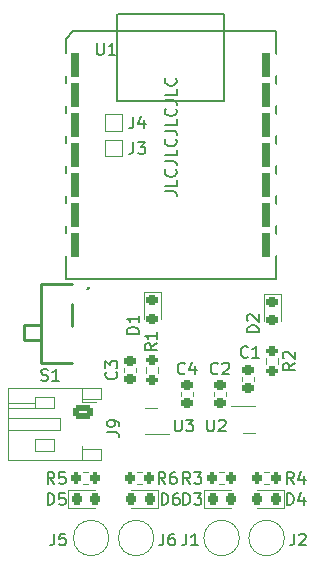
<source format=gbr>
%TF.GenerationSoftware,KiCad,Pcbnew,(7.0.0)*%
%TF.CreationDate,2023-03-10T16:09:33-06:00*%
%TF.ProjectId,stick-and-slip_v2_2-channel,73746963-6b2d-4616-9e64-2d736c69705f,rev?*%
%TF.SameCoordinates,Original*%
%TF.FileFunction,Legend,Top*%
%TF.FilePolarity,Positive*%
%FSLAX46Y46*%
G04 Gerber Fmt 4.6, Leading zero omitted, Abs format (unit mm)*
G04 Created by KiCad (PCBNEW (7.0.0)) date 2023-03-10 16:09:33*
%MOMM*%
%LPD*%
G01*
G04 APERTURE LIST*
G04 Aperture macros list*
%AMRoundRect*
0 Rectangle with rounded corners*
0 $1 Rounding radius*
0 $2 $3 $4 $5 $6 $7 $8 $9 X,Y pos of 4 corners*
0 Add a 4 corners polygon primitive as box body*
4,1,4,$2,$3,$4,$5,$6,$7,$8,$9,$2,$3,0*
0 Add four circle primitives for the rounded corners*
1,1,$1+$1,$2,$3*
1,1,$1+$1,$4,$5*
1,1,$1+$1,$6,$7*
1,1,$1+$1,$8,$9*
0 Add four rect primitives between the rounded corners*
20,1,$1+$1,$2,$3,$4,$5,0*
20,1,$1+$1,$4,$5,$6,$7,0*
20,1,$1+$1,$6,$7,$8,$9,0*
20,1,$1+$1,$8,$9,$2,$3,0*%
G04 Aperture macros list end*
%ADD10C,0.150000*%
%ADD11C,0.120000*%
%ADD12C,0.127000*%
%ADD13C,0.254000*%
%ADD14RoundRect,0.218750X0.218750X0.256250X-0.218750X0.256250X-0.218750X-0.256250X0.218750X-0.256250X0*%
%ADD15RoundRect,0.218750X-0.256250X0.218750X-0.256250X-0.218750X0.256250X-0.218750X0.256250X0.218750X0*%
%ADD16RoundRect,0.200000X0.200000X0.275000X-0.200000X0.275000X-0.200000X-0.275000X0.200000X-0.275000X0*%
%ADD17C,2.000000*%
%ADD18RoundRect,0.218750X-0.218750X-0.256250X0.218750X-0.256250X0.218750X0.256250X-0.218750X0.256250X0*%
%ADD19RoundRect,0.250000X-0.625000X0.350000X-0.625000X-0.350000X0.625000X-0.350000X0.625000X0.350000X0*%
%ADD20O,1.750000X1.200000*%
%ADD21RoundRect,0.200000X-0.275000X0.200000X-0.275000X-0.200000X0.275000X-0.200000X0.275000X0.200000X0*%
%ADD22RoundRect,0.225000X0.250000X-0.225000X0.250000X0.225000X-0.250000X0.225000X-0.250000X-0.225000X0*%
%ADD23RoundRect,0.200000X-0.200000X-0.275000X0.200000X-0.275000X0.200000X0.275000X-0.200000X0.275000X0*%
%ADD24R,1.000000X1.000000*%
%ADD25R,0.500000X0.250000*%
%ADD26R,0.900000X1.600000*%
%ADD27RoundRect,1.000000X-0.375000X0.000000X0.375000X0.000000X0.375000X0.000000X-0.375000X0.000000X0*%
%ADD28C,0.900000*%
%ADD29R,1.500000X0.700000*%
G04 APERTURE END LIST*
D10*
X53900380Y-62341190D02*
X54614666Y-62341190D01*
X54614666Y-62341190D02*
X54757523Y-62388809D01*
X54757523Y-62388809D02*
X54852761Y-62484047D01*
X54852761Y-62484047D02*
X54900380Y-62626904D01*
X54900380Y-62626904D02*
X54900380Y-62722142D01*
X54900380Y-61388809D02*
X54900380Y-61864999D01*
X54900380Y-61864999D02*
X53900380Y-61864999D01*
X54805142Y-60484047D02*
X54852761Y-60531666D01*
X54852761Y-60531666D02*
X54900380Y-60674523D01*
X54900380Y-60674523D02*
X54900380Y-60769761D01*
X54900380Y-60769761D02*
X54852761Y-60912618D01*
X54852761Y-60912618D02*
X54757523Y-61007856D01*
X54757523Y-61007856D02*
X54662285Y-61055475D01*
X54662285Y-61055475D02*
X54471809Y-61103094D01*
X54471809Y-61103094D02*
X54328952Y-61103094D01*
X54328952Y-61103094D02*
X54138476Y-61055475D01*
X54138476Y-61055475D02*
X54043238Y-61007856D01*
X54043238Y-61007856D02*
X53948000Y-60912618D01*
X53948000Y-60912618D02*
X53900380Y-60769761D01*
X53900380Y-60769761D02*
X53900380Y-60674523D01*
X53900380Y-60674523D02*
X53948000Y-60531666D01*
X53948000Y-60531666D02*
X53995619Y-60484047D01*
X53900380Y-59769761D02*
X54614666Y-59769761D01*
X54614666Y-59769761D02*
X54757523Y-59817380D01*
X54757523Y-59817380D02*
X54852761Y-59912618D01*
X54852761Y-59912618D02*
X54900380Y-60055475D01*
X54900380Y-60055475D02*
X54900380Y-60150713D01*
X54900380Y-58817380D02*
X54900380Y-59293570D01*
X54900380Y-59293570D02*
X53900380Y-59293570D01*
X54805142Y-57912618D02*
X54852761Y-57960237D01*
X54852761Y-57960237D02*
X54900380Y-58103094D01*
X54900380Y-58103094D02*
X54900380Y-58198332D01*
X54900380Y-58198332D02*
X54852761Y-58341189D01*
X54852761Y-58341189D02*
X54757523Y-58436427D01*
X54757523Y-58436427D02*
X54662285Y-58484046D01*
X54662285Y-58484046D02*
X54471809Y-58531665D01*
X54471809Y-58531665D02*
X54328952Y-58531665D01*
X54328952Y-58531665D02*
X54138476Y-58484046D01*
X54138476Y-58484046D02*
X54043238Y-58436427D01*
X54043238Y-58436427D02*
X53948000Y-58341189D01*
X53948000Y-58341189D02*
X53900380Y-58198332D01*
X53900380Y-58198332D02*
X53900380Y-58103094D01*
X53900380Y-58103094D02*
X53948000Y-57960237D01*
X53948000Y-57960237D02*
X53995619Y-57912618D01*
X53900380Y-57198332D02*
X54614666Y-57198332D01*
X54614666Y-57198332D02*
X54757523Y-57245951D01*
X54757523Y-57245951D02*
X54852761Y-57341189D01*
X54852761Y-57341189D02*
X54900380Y-57484046D01*
X54900380Y-57484046D02*
X54900380Y-57579284D01*
X54900380Y-56245951D02*
X54900380Y-56722141D01*
X54900380Y-56722141D02*
X53900380Y-56722141D01*
X54805142Y-55341189D02*
X54852761Y-55388808D01*
X54852761Y-55388808D02*
X54900380Y-55531665D01*
X54900380Y-55531665D02*
X54900380Y-55626903D01*
X54900380Y-55626903D02*
X54852761Y-55769760D01*
X54852761Y-55769760D02*
X54757523Y-55864998D01*
X54757523Y-55864998D02*
X54662285Y-55912617D01*
X54662285Y-55912617D02*
X54471809Y-55960236D01*
X54471809Y-55960236D02*
X54328952Y-55960236D01*
X54328952Y-55960236D02*
X54138476Y-55912617D01*
X54138476Y-55912617D02*
X54043238Y-55864998D01*
X54043238Y-55864998D02*
X53948000Y-55769760D01*
X53948000Y-55769760D02*
X53900380Y-55626903D01*
X53900380Y-55626903D02*
X53900380Y-55531665D01*
X53900380Y-55531665D02*
X53948000Y-55388808D01*
X53948000Y-55388808D02*
X53995619Y-55341189D01*
X53900380Y-54626903D02*
X54614666Y-54626903D01*
X54614666Y-54626903D02*
X54757523Y-54674522D01*
X54757523Y-54674522D02*
X54852761Y-54769760D01*
X54852761Y-54769760D02*
X54900380Y-54912617D01*
X54900380Y-54912617D02*
X54900380Y-55007855D01*
X54900380Y-53674522D02*
X54900380Y-54150712D01*
X54900380Y-54150712D02*
X53900380Y-54150712D01*
X54805142Y-52769760D02*
X54852761Y-52817379D01*
X54852761Y-52817379D02*
X54900380Y-52960236D01*
X54900380Y-52960236D02*
X54900380Y-53055474D01*
X54900380Y-53055474D02*
X54852761Y-53198331D01*
X54852761Y-53198331D02*
X54757523Y-53293569D01*
X54757523Y-53293569D02*
X54662285Y-53341188D01*
X54662285Y-53341188D02*
X54471809Y-53388807D01*
X54471809Y-53388807D02*
X54328952Y-53388807D01*
X54328952Y-53388807D02*
X54138476Y-53341188D01*
X54138476Y-53341188D02*
X54043238Y-53293569D01*
X54043238Y-53293569D02*
X53948000Y-53198331D01*
X53948000Y-53198331D02*
X53900380Y-53055474D01*
X53900380Y-53055474D02*
X53900380Y-52960236D01*
X53900380Y-52960236D02*
X53948000Y-52817379D01*
X53948000Y-52817379D02*
X53995619Y-52769760D01*
%TO.C,D4*%
X64234905Y-88886380D02*
X64234905Y-87886380D01*
X64234905Y-87886380D02*
X64473000Y-87886380D01*
X64473000Y-87886380D02*
X64615857Y-87934000D01*
X64615857Y-87934000D02*
X64711095Y-88029238D01*
X64711095Y-88029238D02*
X64758714Y-88124476D01*
X64758714Y-88124476D02*
X64806333Y-88314952D01*
X64806333Y-88314952D02*
X64806333Y-88457809D01*
X64806333Y-88457809D02*
X64758714Y-88648285D01*
X64758714Y-88648285D02*
X64711095Y-88743523D01*
X64711095Y-88743523D02*
X64615857Y-88838761D01*
X64615857Y-88838761D02*
X64473000Y-88886380D01*
X64473000Y-88886380D02*
X64234905Y-88886380D01*
X65663476Y-88219714D02*
X65663476Y-88886380D01*
X65425381Y-87838761D02*
X65187286Y-88553047D01*
X65187286Y-88553047D02*
X65806333Y-88553047D01*
%TO.C,D1*%
X51675380Y-74398094D02*
X50675380Y-74398094D01*
X50675380Y-74398094D02*
X50675380Y-74159999D01*
X50675380Y-74159999D02*
X50723000Y-74017142D01*
X50723000Y-74017142D02*
X50818238Y-73921904D01*
X50818238Y-73921904D02*
X50913476Y-73874285D01*
X50913476Y-73874285D02*
X51103952Y-73826666D01*
X51103952Y-73826666D02*
X51246809Y-73826666D01*
X51246809Y-73826666D02*
X51437285Y-73874285D01*
X51437285Y-73874285D02*
X51532523Y-73921904D01*
X51532523Y-73921904D02*
X51627761Y-74017142D01*
X51627761Y-74017142D02*
X51675380Y-74159999D01*
X51675380Y-74159999D02*
X51675380Y-74398094D01*
X51675380Y-72874285D02*
X51675380Y-73445713D01*
X51675380Y-73159999D02*
X50675380Y-73159999D01*
X50675380Y-73159999D02*
X50818238Y-73255237D01*
X50818238Y-73255237D02*
X50913476Y-73350475D01*
X50913476Y-73350475D02*
X50961095Y-73445713D01*
%TO.C,R3*%
X56043333Y-87108380D02*
X55710000Y-86632190D01*
X55471905Y-87108380D02*
X55471905Y-86108380D01*
X55471905Y-86108380D02*
X55852857Y-86108380D01*
X55852857Y-86108380D02*
X55948095Y-86156000D01*
X55948095Y-86156000D02*
X55995714Y-86203619D01*
X55995714Y-86203619D02*
X56043333Y-86298857D01*
X56043333Y-86298857D02*
X56043333Y-86441714D01*
X56043333Y-86441714D02*
X55995714Y-86536952D01*
X55995714Y-86536952D02*
X55948095Y-86584571D01*
X55948095Y-86584571D02*
X55852857Y-86632190D01*
X55852857Y-86632190D02*
X55471905Y-86632190D01*
X56376667Y-86108380D02*
X56995714Y-86108380D01*
X56995714Y-86108380D02*
X56662381Y-86489333D01*
X56662381Y-86489333D02*
X56805238Y-86489333D01*
X56805238Y-86489333D02*
X56900476Y-86536952D01*
X56900476Y-86536952D02*
X56948095Y-86584571D01*
X56948095Y-86584571D02*
X56995714Y-86679809D01*
X56995714Y-86679809D02*
X56995714Y-86917904D01*
X56995714Y-86917904D02*
X56948095Y-87013142D01*
X56948095Y-87013142D02*
X56900476Y-87060761D01*
X56900476Y-87060761D02*
X56805238Y-87108380D01*
X56805238Y-87108380D02*
X56519524Y-87108380D01*
X56519524Y-87108380D02*
X56424286Y-87060761D01*
X56424286Y-87060761D02*
X56376667Y-87013142D01*
%TO.C,J5*%
X44522666Y-91315380D02*
X44522666Y-92029666D01*
X44522666Y-92029666D02*
X44475047Y-92172523D01*
X44475047Y-92172523D02*
X44379809Y-92267761D01*
X44379809Y-92267761D02*
X44236952Y-92315380D01*
X44236952Y-92315380D02*
X44141714Y-92315380D01*
X45475047Y-91315380D02*
X44998857Y-91315380D01*
X44998857Y-91315380D02*
X44951238Y-91791571D01*
X44951238Y-91791571D02*
X44998857Y-91743952D01*
X44998857Y-91743952D02*
X45094095Y-91696333D01*
X45094095Y-91696333D02*
X45332190Y-91696333D01*
X45332190Y-91696333D02*
X45427428Y-91743952D01*
X45427428Y-91743952D02*
X45475047Y-91791571D01*
X45475047Y-91791571D02*
X45522666Y-91886809D01*
X45522666Y-91886809D02*
X45522666Y-92124904D01*
X45522666Y-92124904D02*
X45475047Y-92220142D01*
X45475047Y-92220142D02*
X45427428Y-92267761D01*
X45427428Y-92267761D02*
X45332190Y-92315380D01*
X45332190Y-92315380D02*
X45094095Y-92315380D01*
X45094095Y-92315380D02*
X44998857Y-92267761D01*
X44998857Y-92267761D02*
X44951238Y-92220142D01*
%TO.C,D3*%
X55471905Y-88886380D02*
X55471905Y-87886380D01*
X55471905Y-87886380D02*
X55710000Y-87886380D01*
X55710000Y-87886380D02*
X55852857Y-87934000D01*
X55852857Y-87934000D02*
X55948095Y-88029238D01*
X55948095Y-88029238D02*
X55995714Y-88124476D01*
X55995714Y-88124476D02*
X56043333Y-88314952D01*
X56043333Y-88314952D02*
X56043333Y-88457809D01*
X56043333Y-88457809D02*
X55995714Y-88648285D01*
X55995714Y-88648285D02*
X55948095Y-88743523D01*
X55948095Y-88743523D02*
X55852857Y-88838761D01*
X55852857Y-88838761D02*
X55710000Y-88886380D01*
X55710000Y-88886380D02*
X55471905Y-88886380D01*
X56376667Y-87886380D02*
X56995714Y-87886380D01*
X56995714Y-87886380D02*
X56662381Y-88267333D01*
X56662381Y-88267333D02*
X56805238Y-88267333D01*
X56805238Y-88267333D02*
X56900476Y-88314952D01*
X56900476Y-88314952D02*
X56948095Y-88362571D01*
X56948095Y-88362571D02*
X56995714Y-88457809D01*
X56995714Y-88457809D02*
X56995714Y-88695904D01*
X56995714Y-88695904D02*
X56948095Y-88791142D01*
X56948095Y-88791142D02*
X56900476Y-88838761D01*
X56900476Y-88838761D02*
X56805238Y-88886380D01*
X56805238Y-88886380D02*
X56519524Y-88886380D01*
X56519524Y-88886380D02*
X56424286Y-88838761D01*
X56424286Y-88838761D02*
X56376667Y-88791142D01*
%TO.C,D2*%
X61835380Y-74271094D02*
X60835380Y-74271094D01*
X60835380Y-74271094D02*
X60835380Y-74032999D01*
X60835380Y-74032999D02*
X60883000Y-73890142D01*
X60883000Y-73890142D02*
X60978238Y-73794904D01*
X60978238Y-73794904D02*
X61073476Y-73747285D01*
X61073476Y-73747285D02*
X61263952Y-73699666D01*
X61263952Y-73699666D02*
X61406809Y-73699666D01*
X61406809Y-73699666D02*
X61597285Y-73747285D01*
X61597285Y-73747285D02*
X61692523Y-73794904D01*
X61692523Y-73794904D02*
X61787761Y-73890142D01*
X61787761Y-73890142D02*
X61835380Y-74032999D01*
X61835380Y-74032999D02*
X61835380Y-74271094D01*
X60930619Y-73318713D02*
X60883000Y-73271094D01*
X60883000Y-73271094D02*
X60835380Y-73175856D01*
X60835380Y-73175856D02*
X60835380Y-72937761D01*
X60835380Y-72937761D02*
X60883000Y-72842523D01*
X60883000Y-72842523D02*
X60930619Y-72794904D01*
X60930619Y-72794904D02*
X61025857Y-72747285D01*
X61025857Y-72747285D02*
X61121095Y-72747285D01*
X61121095Y-72747285D02*
X61263952Y-72794904D01*
X61263952Y-72794904D02*
X61835380Y-73366332D01*
X61835380Y-73366332D02*
X61835380Y-72747285D01*
%TO.C,J9*%
X49024380Y-82724333D02*
X49738666Y-82724333D01*
X49738666Y-82724333D02*
X49881523Y-82771952D01*
X49881523Y-82771952D02*
X49976761Y-82867190D01*
X49976761Y-82867190D02*
X50024380Y-83010047D01*
X50024380Y-83010047D02*
X50024380Y-83105285D01*
X50024380Y-82200523D02*
X50024380Y-82010047D01*
X50024380Y-82010047D02*
X49976761Y-81914809D01*
X49976761Y-81914809D02*
X49929142Y-81867190D01*
X49929142Y-81867190D02*
X49786285Y-81771952D01*
X49786285Y-81771952D02*
X49595809Y-81724333D01*
X49595809Y-81724333D02*
X49214857Y-81724333D01*
X49214857Y-81724333D02*
X49119619Y-81771952D01*
X49119619Y-81771952D02*
X49072000Y-81819571D01*
X49072000Y-81819571D02*
X49024380Y-81914809D01*
X49024380Y-81914809D02*
X49024380Y-82105285D01*
X49024380Y-82105285D02*
X49072000Y-82200523D01*
X49072000Y-82200523D02*
X49119619Y-82248142D01*
X49119619Y-82248142D02*
X49214857Y-82295761D01*
X49214857Y-82295761D02*
X49452952Y-82295761D01*
X49452952Y-82295761D02*
X49548190Y-82248142D01*
X49548190Y-82248142D02*
X49595809Y-82200523D01*
X49595809Y-82200523D02*
X49643428Y-82105285D01*
X49643428Y-82105285D02*
X49643428Y-81914809D01*
X49643428Y-81914809D02*
X49595809Y-81819571D01*
X49595809Y-81819571D02*
X49548190Y-81771952D01*
X49548190Y-81771952D02*
X49452952Y-81724333D01*
%TO.C,D6*%
X53617905Y-88886380D02*
X53617905Y-87886380D01*
X53617905Y-87886380D02*
X53856000Y-87886380D01*
X53856000Y-87886380D02*
X53998857Y-87934000D01*
X53998857Y-87934000D02*
X54094095Y-88029238D01*
X54094095Y-88029238D02*
X54141714Y-88124476D01*
X54141714Y-88124476D02*
X54189333Y-88314952D01*
X54189333Y-88314952D02*
X54189333Y-88457809D01*
X54189333Y-88457809D02*
X54141714Y-88648285D01*
X54141714Y-88648285D02*
X54094095Y-88743523D01*
X54094095Y-88743523D02*
X53998857Y-88838761D01*
X53998857Y-88838761D02*
X53856000Y-88886380D01*
X53856000Y-88886380D02*
X53617905Y-88886380D01*
X55046476Y-87886380D02*
X54856000Y-87886380D01*
X54856000Y-87886380D02*
X54760762Y-87934000D01*
X54760762Y-87934000D02*
X54713143Y-87981619D01*
X54713143Y-87981619D02*
X54617905Y-88124476D01*
X54617905Y-88124476D02*
X54570286Y-88314952D01*
X54570286Y-88314952D02*
X54570286Y-88695904D01*
X54570286Y-88695904D02*
X54617905Y-88791142D01*
X54617905Y-88791142D02*
X54665524Y-88838761D01*
X54665524Y-88838761D02*
X54760762Y-88886380D01*
X54760762Y-88886380D02*
X54951238Y-88886380D01*
X54951238Y-88886380D02*
X55046476Y-88838761D01*
X55046476Y-88838761D02*
X55094095Y-88791142D01*
X55094095Y-88791142D02*
X55141714Y-88695904D01*
X55141714Y-88695904D02*
X55141714Y-88457809D01*
X55141714Y-88457809D02*
X55094095Y-88362571D01*
X55094095Y-88362571D02*
X55046476Y-88314952D01*
X55046476Y-88314952D02*
X54951238Y-88267333D01*
X54951238Y-88267333D02*
X54760762Y-88267333D01*
X54760762Y-88267333D02*
X54665524Y-88314952D01*
X54665524Y-88314952D02*
X54617905Y-88362571D01*
X54617905Y-88362571D02*
X54570286Y-88457809D01*
%TO.C,J2*%
X64842666Y-91315380D02*
X64842666Y-92029666D01*
X64842666Y-92029666D02*
X64795047Y-92172523D01*
X64795047Y-92172523D02*
X64699809Y-92267761D01*
X64699809Y-92267761D02*
X64556952Y-92315380D01*
X64556952Y-92315380D02*
X64461714Y-92315380D01*
X65271238Y-91410619D02*
X65318857Y-91363000D01*
X65318857Y-91363000D02*
X65414095Y-91315380D01*
X65414095Y-91315380D02*
X65652190Y-91315380D01*
X65652190Y-91315380D02*
X65747428Y-91363000D01*
X65747428Y-91363000D02*
X65795047Y-91410619D01*
X65795047Y-91410619D02*
X65842666Y-91505857D01*
X65842666Y-91505857D02*
X65842666Y-91601095D01*
X65842666Y-91601095D02*
X65795047Y-91743952D01*
X65795047Y-91743952D02*
X65223619Y-92315380D01*
X65223619Y-92315380D02*
X65842666Y-92315380D01*
%TO.C,J6*%
X53768666Y-91315380D02*
X53768666Y-92029666D01*
X53768666Y-92029666D02*
X53721047Y-92172523D01*
X53721047Y-92172523D02*
X53625809Y-92267761D01*
X53625809Y-92267761D02*
X53482952Y-92315380D01*
X53482952Y-92315380D02*
X53387714Y-92315380D01*
X54673428Y-91315380D02*
X54482952Y-91315380D01*
X54482952Y-91315380D02*
X54387714Y-91363000D01*
X54387714Y-91363000D02*
X54340095Y-91410619D01*
X54340095Y-91410619D02*
X54244857Y-91553476D01*
X54244857Y-91553476D02*
X54197238Y-91743952D01*
X54197238Y-91743952D02*
X54197238Y-92124904D01*
X54197238Y-92124904D02*
X54244857Y-92220142D01*
X54244857Y-92220142D02*
X54292476Y-92267761D01*
X54292476Y-92267761D02*
X54387714Y-92315380D01*
X54387714Y-92315380D02*
X54578190Y-92315380D01*
X54578190Y-92315380D02*
X54673428Y-92267761D01*
X54673428Y-92267761D02*
X54721047Y-92220142D01*
X54721047Y-92220142D02*
X54768666Y-92124904D01*
X54768666Y-92124904D02*
X54768666Y-91886809D01*
X54768666Y-91886809D02*
X54721047Y-91791571D01*
X54721047Y-91791571D02*
X54673428Y-91743952D01*
X54673428Y-91743952D02*
X54578190Y-91696333D01*
X54578190Y-91696333D02*
X54387714Y-91696333D01*
X54387714Y-91696333D02*
X54292476Y-91743952D01*
X54292476Y-91743952D02*
X54244857Y-91791571D01*
X54244857Y-91791571D02*
X54197238Y-91886809D01*
%TO.C,R1*%
X53199380Y-75223666D02*
X52723190Y-75556999D01*
X53199380Y-75795094D02*
X52199380Y-75795094D01*
X52199380Y-75795094D02*
X52199380Y-75414142D01*
X52199380Y-75414142D02*
X52247000Y-75318904D01*
X52247000Y-75318904D02*
X52294619Y-75271285D01*
X52294619Y-75271285D02*
X52389857Y-75223666D01*
X52389857Y-75223666D02*
X52532714Y-75223666D01*
X52532714Y-75223666D02*
X52627952Y-75271285D01*
X52627952Y-75271285D02*
X52675571Y-75318904D01*
X52675571Y-75318904D02*
X52723190Y-75414142D01*
X52723190Y-75414142D02*
X52723190Y-75795094D01*
X53199380Y-74271285D02*
X53199380Y-74842713D01*
X53199380Y-74556999D02*
X52199380Y-74556999D01*
X52199380Y-74556999D02*
X52342238Y-74652237D01*
X52342238Y-74652237D02*
X52437476Y-74747475D01*
X52437476Y-74747475D02*
X52485095Y-74842713D01*
%TO.C,C2*%
X58380333Y-77742142D02*
X58332714Y-77789761D01*
X58332714Y-77789761D02*
X58189857Y-77837380D01*
X58189857Y-77837380D02*
X58094619Y-77837380D01*
X58094619Y-77837380D02*
X57951762Y-77789761D01*
X57951762Y-77789761D02*
X57856524Y-77694523D01*
X57856524Y-77694523D02*
X57808905Y-77599285D01*
X57808905Y-77599285D02*
X57761286Y-77408809D01*
X57761286Y-77408809D02*
X57761286Y-77265952D01*
X57761286Y-77265952D02*
X57808905Y-77075476D01*
X57808905Y-77075476D02*
X57856524Y-76980238D01*
X57856524Y-76980238D02*
X57951762Y-76885000D01*
X57951762Y-76885000D02*
X58094619Y-76837380D01*
X58094619Y-76837380D02*
X58189857Y-76837380D01*
X58189857Y-76837380D02*
X58332714Y-76885000D01*
X58332714Y-76885000D02*
X58380333Y-76932619D01*
X58761286Y-76932619D02*
X58808905Y-76885000D01*
X58808905Y-76885000D02*
X58904143Y-76837380D01*
X58904143Y-76837380D02*
X59142238Y-76837380D01*
X59142238Y-76837380D02*
X59237476Y-76885000D01*
X59237476Y-76885000D02*
X59285095Y-76932619D01*
X59285095Y-76932619D02*
X59332714Y-77027857D01*
X59332714Y-77027857D02*
X59332714Y-77123095D01*
X59332714Y-77123095D02*
X59285095Y-77265952D01*
X59285095Y-77265952D02*
X58713667Y-77837380D01*
X58713667Y-77837380D02*
X59332714Y-77837380D01*
%TO.C,R6*%
X53935333Y-87108380D02*
X53602000Y-86632190D01*
X53363905Y-87108380D02*
X53363905Y-86108380D01*
X53363905Y-86108380D02*
X53744857Y-86108380D01*
X53744857Y-86108380D02*
X53840095Y-86156000D01*
X53840095Y-86156000D02*
X53887714Y-86203619D01*
X53887714Y-86203619D02*
X53935333Y-86298857D01*
X53935333Y-86298857D02*
X53935333Y-86441714D01*
X53935333Y-86441714D02*
X53887714Y-86536952D01*
X53887714Y-86536952D02*
X53840095Y-86584571D01*
X53840095Y-86584571D02*
X53744857Y-86632190D01*
X53744857Y-86632190D02*
X53363905Y-86632190D01*
X54792476Y-86108380D02*
X54602000Y-86108380D01*
X54602000Y-86108380D02*
X54506762Y-86156000D01*
X54506762Y-86156000D02*
X54459143Y-86203619D01*
X54459143Y-86203619D02*
X54363905Y-86346476D01*
X54363905Y-86346476D02*
X54316286Y-86536952D01*
X54316286Y-86536952D02*
X54316286Y-86917904D01*
X54316286Y-86917904D02*
X54363905Y-87013142D01*
X54363905Y-87013142D02*
X54411524Y-87060761D01*
X54411524Y-87060761D02*
X54506762Y-87108380D01*
X54506762Y-87108380D02*
X54697238Y-87108380D01*
X54697238Y-87108380D02*
X54792476Y-87060761D01*
X54792476Y-87060761D02*
X54840095Y-87013142D01*
X54840095Y-87013142D02*
X54887714Y-86917904D01*
X54887714Y-86917904D02*
X54887714Y-86679809D01*
X54887714Y-86679809D02*
X54840095Y-86584571D01*
X54840095Y-86584571D02*
X54792476Y-86536952D01*
X54792476Y-86536952D02*
X54697238Y-86489333D01*
X54697238Y-86489333D02*
X54506762Y-86489333D01*
X54506762Y-86489333D02*
X54411524Y-86536952D01*
X54411524Y-86536952D02*
X54363905Y-86584571D01*
X54363905Y-86584571D02*
X54316286Y-86679809D01*
%TO.C,J4*%
X51228666Y-56009380D02*
X51228666Y-56723666D01*
X51228666Y-56723666D02*
X51181047Y-56866523D01*
X51181047Y-56866523D02*
X51085809Y-56961761D01*
X51085809Y-56961761D02*
X50942952Y-57009380D01*
X50942952Y-57009380D02*
X50847714Y-57009380D01*
X52133428Y-56342714D02*
X52133428Y-57009380D01*
X51895333Y-55961761D02*
X51657238Y-56676047D01*
X51657238Y-56676047D02*
X52276285Y-56676047D01*
%TO.C,C1*%
X60920333Y-76345142D02*
X60872714Y-76392761D01*
X60872714Y-76392761D02*
X60729857Y-76440380D01*
X60729857Y-76440380D02*
X60634619Y-76440380D01*
X60634619Y-76440380D02*
X60491762Y-76392761D01*
X60491762Y-76392761D02*
X60396524Y-76297523D01*
X60396524Y-76297523D02*
X60348905Y-76202285D01*
X60348905Y-76202285D02*
X60301286Y-76011809D01*
X60301286Y-76011809D02*
X60301286Y-75868952D01*
X60301286Y-75868952D02*
X60348905Y-75678476D01*
X60348905Y-75678476D02*
X60396524Y-75583238D01*
X60396524Y-75583238D02*
X60491762Y-75488000D01*
X60491762Y-75488000D02*
X60634619Y-75440380D01*
X60634619Y-75440380D02*
X60729857Y-75440380D01*
X60729857Y-75440380D02*
X60872714Y-75488000D01*
X60872714Y-75488000D02*
X60920333Y-75535619D01*
X61872714Y-76440380D02*
X61301286Y-76440380D01*
X61587000Y-76440380D02*
X61587000Y-75440380D01*
X61587000Y-75440380D02*
X61491762Y-75583238D01*
X61491762Y-75583238D02*
X61396524Y-75678476D01*
X61396524Y-75678476D02*
X61301286Y-75726095D01*
%TO.C,U2*%
X57465095Y-81663380D02*
X57465095Y-82472904D01*
X57465095Y-82472904D02*
X57512714Y-82568142D01*
X57512714Y-82568142D02*
X57560333Y-82615761D01*
X57560333Y-82615761D02*
X57655571Y-82663380D01*
X57655571Y-82663380D02*
X57846047Y-82663380D01*
X57846047Y-82663380D02*
X57941285Y-82615761D01*
X57941285Y-82615761D02*
X57988904Y-82568142D01*
X57988904Y-82568142D02*
X58036523Y-82472904D01*
X58036523Y-82472904D02*
X58036523Y-81663380D01*
X58465095Y-81758619D02*
X58512714Y-81711000D01*
X58512714Y-81711000D02*
X58607952Y-81663380D01*
X58607952Y-81663380D02*
X58846047Y-81663380D01*
X58846047Y-81663380D02*
X58941285Y-81711000D01*
X58941285Y-81711000D02*
X58988904Y-81758619D01*
X58988904Y-81758619D02*
X59036523Y-81853857D01*
X59036523Y-81853857D02*
X59036523Y-81949095D01*
X59036523Y-81949095D02*
X58988904Y-82091952D01*
X58988904Y-82091952D02*
X58417476Y-82663380D01*
X58417476Y-82663380D02*
X59036523Y-82663380D01*
%TO.C,J1*%
X55698666Y-91315380D02*
X55698666Y-92029666D01*
X55698666Y-92029666D02*
X55651047Y-92172523D01*
X55651047Y-92172523D02*
X55555809Y-92267761D01*
X55555809Y-92267761D02*
X55412952Y-92315380D01*
X55412952Y-92315380D02*
X55317714Y-92315380D01*
X56698666Y-92315380D02*
X56127238Y-92315380D01*
X56412952Y-92315380D02*
X56412952Y-91315380D01*
X56412952Y-91315380D02*
X56317714Y-91458238D01*
X56317714Y-91458238D02*
X56222476Y-91553476D01*
X56222476Y-91553476D02*
X56127238Y-91601095D01*
%TO.C,C3*%
X49769142Y-77649666D02*
X49816761Y-77697285D01*
X49816761Y-77697285D02*
X49864380Y-77840142D01*
X49864380Y-77840142D02*
X49864380Y-77935380D01*
X49864380Y-77935380D02*
X49816761Y-78078237D01*
X49816761Y-78078237D02*
X49721523Y-78173475D01*
X49721523Y-78173475D02*
X49626285Y-78221094D01*
X49626285Y-78221094D02*
X49435809Y-78268713D01*
X49435809Y-78268713D02*
X49292952Y-78268713D01*
X49292952Y-78268713D02*
X49102476Y-78221094D01*
X49102476Y-78221094D02*
X49007238Y-78173475D01*
X49007238Y-78173475D02*
X48912000Y-78078237D01*
X48912000Y-78078237D02*
X48864380Y-77935380D01*
X48864380Y-77935380D02*
X48864380Y-77840142D01*
X48864380Y-77840142D02*
X48912000Y-77697285D01*
X48912000Y-77697285D02*
X48959619Y-77649666D01*
X48864380Y-77316332D02*
X48864380Y-76697285D01*
X48864380Y-76697285D02*
X49245333Y-77030618D01*
X49245333Y-77030618D02*
X49245333Y-76887761D01*
X49245333Y-76887761D02*
X49292952Y-76792523D01*
X49292952Y-76792523D02*
X49340571Y-76744904D01*
X49340571Y-76744904D02*
X49435809Y-76697285D01*
X49435809Y-76697285D02*
X49673904Y-76697285D01*
X49673904Y-76697285D02*
X49769142Y-76744904D01*
X49769142Y-76744904D02*
X49816761Y-76792523D01*
X49816761Y-76792523D02*
X49864380Y-76887761D01*
X49864380Y-76887761D02*
X49864380Y-77173475D01*
X49864380Y-77173475D02*
X49816761Y-77268713D01*
X49816761Y-77268713D02*
X49769142Y-77316332D01*
%TO.C,D5*%
X43965905Y-88886380D02*
X43965905Y-87886380D01*
X43965905Y-87886380D02*
X44204000Y-87886380D01*
X44204000Y-87886380D02*
X44346857Y-87934000D01*
X44346857Y-87934000D02*
X44442095Y-88029238D01*
X44442095Y-88029238D02*
X44489714Y-88124476D01*
X44489714Y-88124476D02*
X44537333Y-88314952D01*
X44537333Y-88314952D02*
X44537333Y-88457809D01*
X44537333Y-88457809D02*
X44489714Y-88648285D01*
X44489714Y-88648285D02*
X44442095Y-88743523D01*
X44442095Y-88743523D02*
X44346857Y-88838761D01*
X44346857Y-88838761D02*
X44204000Y-88886380D01*
X44204000Y-88886380D02*
X43965905Y-88886380D01*
X45442095Y-87886380D02*
X44965905Y-87886380D01*
X44965905Y-87886380D02*
X44918286Y-88362571D01*
X44918286Y-88362571D02*
X44965905Y-88314952D01*
X44965905Y-88314952D02*
X45061143Y-88267333D01*
X45061143Y-88267333D02*
X45299238Y-88267333D01*
X45299238Y-88267333D02*
X45394476Y-88314952D01*
X45394476Y-88314952D02*
X45442095Y-88362571D01*
X45442095Y-88362571D02*
X45489714Y-88457809D01*
X45489714Y-88457809D02*
X45489714Y-88695904D01*
X45489714Y-88695904D02*
X45442095Y-88791142D01*
X45442095Y-88791142D02*
X45394476Y-88838761D01*
X45394476Y-88838761D02*
X45299238Y-88886380D01*
X45299238Y-88886380D02*
X45061143Y-88886380D01*
X45061143Y-88886380D02*
X44965905Y-88838761D01*
X44965905Y-88838761D02*
X44918286Y-88791142D01*
%TO.C,U3*%
X54737095Y-81663380D02*
X54737095Y-82472904D01*
X54737095Y-82472904D02*
X54784714Y-82568142D01*
X54784714Y-82568142D02*
X54832333Y-82615761D01*
X54832333Y-82615761D02*
X54927571Y-82663380D01*
X54927571Y-82663380D02*
X55118047Y-82663380D01*
X55118047Y-82663380D02*
X55213285Y-82615761D01*
X55213285Y-82615761D02*
X55260904Y-82568142D01*
X55260904Y-82568142D02*
X55308523Y-82472904D01*
X55308523Y-82472904D02*
X55308523Y-81663380D01*
X55689476Y-81663380D02*
X56308523Y-81663380D01*
X56308523Y-81663380D02*
X55975190Y-82044333D01*
X55975190Y-82044333D02*
X56118047Y-82044333D01*
X56118047Y-82044333D02*
X56213285Y-82091952D01*
X56213285Y-82091952D02*
X56260904Y-82139571D01*
X56260904Y-82139571D02*
X56308523Y-82234809D01*
X56308523Y-82234809D02*
X56308523Y-82472904D01*
X56308523Y-82472904D02*
X56260904Y-82568142D01*
X56260904Y-82568142D02*
X56213285Y-82615761D01*
X56213285Y-82615761D02*
X56118047Y-82663380D01*
X56118047Y-82663380D02*
X55832333Y-82663380D01*
X55832333Y-82663380D02*
X55737095Y-82615761D01*
X55737095Y-82615761D02*
X55689476Y-82568142D01*
%TO.C,U1*%
X48133095Y-49786380D02*
X48133095Y-50595904D01*
X48133095Y-50595904D02*
X48180714Y-50691142D01*
X48180714Y-50691142D02*
X48228333Y-50738761D01*
X48228333Y-50738761D02*
X48323571Y-50786380D01*
X48323571Y-50786380D02*
X48514047Y-50786380D01*
X48514047Y-50786380D02*
X48609285Y-50738761D01*
X48609285Y-50738761D02*
X48656904Y-50691142D01*
X48656904Y-50691142D02*
X48704523Y-50595904D01*
X48704523Y-50595904D02*
X48704523Y-49786380D01*
X49704523Y-50786380D02*
X49133095Y-50786380D01*
X49418809Y-50786380D02*
X49418809Y-49786380D01*
X49418809Y-49786380D02*
X49323571Y-49929238D01*
X49323571Y-49929238D02*
X49228333Y-50024476D01*
X49228333Y-50024476D02*
X49133095Y-50072095D01*
%TO.C,S1*%
X43408430Y-78333761D02*
X43551287Y-78381380D01*
X43551287Y-78381380D02*
X43789382Y-78381380D01*
X43789382Y-78381380D02*
X43884620Y-78333761D01*
X43884620Y-78333761D02*
X43932239Y-78286142D01*
X43932239Y-78286142D02*
X43979858Y-78190904D01*
X43979858Y-78190904D02*
X43979858Y-78095666D01*
X43979858Y-78095666D02*
X43932239Y-78000428D01*
X43932239Y-78000428D02*
X43884620Y-77952809D01*
X43884620Y-77952809D02*
X43789382Y-77905190D01*
X43789382Y-77905190D02*
X43598906Y-77857571D01*
X43598906Y-77857571D02*
X43503668Y-77809952D01*
X43503668Y-77809952D02*
X43456049Y-77762333D01*
X43456049Y-77762333D02*
X43408430Y-77667095D01*
X43408430Y-77667095D02*
X43408430Y-77571857D01*
X43408430Y-77571857D02*
X43456049Y-77476619D01*
X43456049Y-77476619D02*
X43503668Y-77429000D01*
X43503668Y-77429000D02*
X43598906Y-77381380D01*
X43598906Y-77381380D02*
X43837001Y-77381380D01*
X43837001Y-77381380D02*
X43979858Y-77429000D01*
X44932239Y-78381380D02*
X44360811Y-78381380D01*
X44646525Y-78381380D02*
X44646525Y-77381380D01*
X44646525Y-77381380D02*
X44551287Y-77524238D01*
X44551287Y-77524238D02*
X44456049Y-77619476D01*
X44456049Y-77619476D02*
X44360811Y-77667095D01*
%TO.C,R2*%
X64883380Y-76874666D02*
X64407190Y-77207999D01*
X64883380Y-77446094D02*
X63883380Y-77446094D01*
X63883380Y-77446094D02*
X63883380Y-77065142D01*
X63883380Y-77065142D02*
X63931000Y-76969904D01*
X63931000Y-76969904D02*
X63978619Y-76922285D01*
X63978619Y-76922285D02*
X64073857Y-76874666D01*
X64073857Y-76874666D02*
X64216714Y-76874666D01*
X64216714Y-76874666D02*
X64311952Y-76922285D01*
X64311952Y-76922285D02*
X64359571Y-76969904D01*
X64359571Y-76969904D02*
X64407190Y-77065142D01*
X64407190Y-77065142D02*
X64407190Y-77446094D01*
X63978619Y-76493713D02*
X63931000Y-76446094D01*
X63931000Y-76446094D02*
X63883380Y-76350856D01*
X63883380Y-76350856D02*
X63883380Y-76112761D01*
X63883380Y-76112761D02*
X63931000Y-76017523D01*
X63931000Y-76017523D02*
X63978619Y-75969904D01*
X63978619Y-75969904D02*
X64073857Y-75922285D01*
X64073857Y-75922285D02*
X64169095Y-75922285D01*
X64169095Y-75922285D02*
X64311952Y-75969904D01*
X64311952Y-75969904D02*
X64883380Y-76541332D01*
X64883380Y-76541332D02*
X64883380Y-75922285D01*
%TO.C,C4*%
X55586333Y-77742142D02*
X55538714Y-77789761D01*
X55538714Y-77789761D02*
X55395857Y-77837380D01*
X55395857Y-77837380D02*
X55300619Y-77837380D01*
X55300619Y-77837380D02*
X55157762Y-77789761D01*
X55157762Y-77789761D02*
X55062524Y-77694523D01*
X55062524Y-77694523D02*
X55014905Y-77599285D01*
X55014905Y-77599285D02*
X54967286Y-77408809D01*
X54967286Y-77408809D02*
X54967286Y-77265952D01*
X54967286Y-77265952D02*
X55014905Y-77075476D01*
X55014905Y-77075476D02*
X55062524Y-76980238D01*
X55062524Y-76980238D02*
X55157762Y-76885000D01*
X55157762Y-76885000D02*
X55300619Y-76837380D01*
X55300619Y-76837380D02*
X55395857Y-76837380D01*
X55395857Y-76837380D02*
X55538714Y-76885000D01*
X55538714Y-76885000D02*
X55586333Y-76932619D01*
X56443476Y-77170714D02*
X56443476Y-77837380D01*
X56205381Y-76789761D02*
X55967286Y-77504047D01*
X55967286Y-77504047D02*
X56586333Y-77504047D01*
%TO.C,R5*%
X44537333Y-87108380D02*
X44204000Y-86632190D01*
X43965905Y-87108380D02*
X43965905Y-86108380D01*
X43965905Y-86108380D02*
X44346857Y-86108380D01*
X44346857Y-86108380D02*
X44442095Y-86156000D01*
X44442095Y-86156000D02*
X44489714Y-86203619D01*
X44489714Y-86203619D02*
X44537333Y-86298857D01*
X44537333Y-86298857D02*
X44537333Y-86441714D01*
X44537333Y-86441714D02*
X44489714Y-86536952D01*
X44489714Y-86536952D02*
X44442095Y-86584571D01*
X44442095Y-86584571D02*
X44346857Y-86632190D01*
X44346857Y-86632190D02*
X43965905Y-86632190D01*
X45442095Y-86108380D02*
X44965905Y-86108380D01*
X44965905Y-86108380D02*
X44918286Y-86584571D01*
X44918286Y-86584571D02*
X44965905Y-86536952D01*
X44965905Y-86536952D02*
X45061143Y-86489333D01*
X45061143Y-86489333D02*
X45299238Y-86489333D01*
X45299238Y-86489333D02*
X45394476Y-86536952D01*
X45394476Y-86536952D02*
X45442095Y-86584571D01*
X45442095Y-86584571D02*
X45489714Y-86679809D01*
X45489714Y-86679809D02*
X45489714Y-86917904D01*
X45489714Y-86917904D02*
X45442095Y-87013142D01*
X45442095Y-87013142D02*
X45394476Y-87060761D01*
X45394476Y-87060761D02*
X45299238Y-87108380D01*
X45299238Y-87108380D02*
X45061143Y-87108380D01*
X45061143Y-87108380D02*
X44965905Y-87060761D01*
X44965905Y-87060761D02*
X44918286Y-87013142D01*
%TO.C,R4*%
X64806333Y-87108380D02*
X64473000Y-86632190D01*
X64234905Y-87108380D02*
X64234905Y-86108380D01*
X64234905Y-86108380D02*
X64615857Y-86108380D01*
X64615857Y-86108380D02*
X64711095Y-86156000D01*
X64711095Y-86156000D02*
X64758714Y-86203619D01*
X64758714Y-86203619D02*
X64806333Y-86298857D01*
X64806333Y-86298857D02*
X64806333Y-86441714D01*
X64806333Y-86441714D02*
X64758714Y-86536952D01*
X64758714Y-86536952D02*
X64711095Y-86584571D01*
X64711095Y-86584571D02*
X64615857Y-86632190D01*
X64615857Y-86632190D02*
X64234905Y-86632190D01*
X65663476Y-86441714D02*
X65663476Y-87108380D01*
X65425381Y-86060761D02*
X65187286Y-86775047D01*
X65187286Y-86775047D02*
X65806333Y-86775047D01*
%TO.C,J3*%
X51228666Y-58168380D02*
X51228666Y-58882666D01*
X51228666Y-58882666D02*
X51181047Y-59025523D01*
X51181047Y-59025523D02*
X51085809Y-59120761D01*
X51085809Y-59120761D02*
X50942952Y-59168380D01*
X50942952Y-59168380D02*
X50847714Y-59168380D01*
X51609619Y-58168380D02*
X52228666Y-58168380D01*
X52228666Y-58168380D02*
X51895333Y-58549333D01*
X51895333Y-58549333D02*
X52038190Y-58549333D01*
X52038190Y-58549333D02*
X52133428Y-58596952D01*
X52133428Y-58596952D02*
X52181047Y-58644571D01*
X52181047Y-58644571D02*
X52228666Y-58739809D01*
X52228666Y-58739809D02*
X52228666Y-58977904D01*
X52228666Y-58977904D02*
X52181047Y-59073142D01*
X52181047Y-59073142D02*
X52133428Y-59120761D01*
X52133428Y-59120761D02*
X52038190Y-59168380D01*
X52038190Y-59168380D02*
X51752476Y-59168380D01*
X51752476Y-59168380D02*
X51657238Y-59120761D01*
X51657238Y-59120761D02*
X51609619Y-59073142D01*
D11*
%TO.C,D4*%
X63968500Y-89127000D02*
X63968500Y-87657000D01*
X63968500Y-87657000D02*
X61683500Y-87657000D01*
X61683500Y-89127000D02*
X63968500Y-89127000D01*
%TO.C,D1*%
X53567000Y-70854500D02*
X52097000Y-70854500D01*
X52097000Y-70854500D02*
X52097000Y-73139500D01*
X53567000Y-73139500D02*
X53567000Y-70854500D01*
%TO.C,R3*%
X58924258Y-87136500D02*
X58449742Y-87136500D01*
X58924258Y-86091500D02*
X58449742Y-86091500D01*
%TO.C,J5*%
X49150000Y-91694000D02*
G75*
G03*
X49150000Y-91694000I-1500000J0D01*
G01*
%TO.C,D3*%
X57239500Y-87657000D02*
X57239500Y-89127000D01*
X57239500Y-89127000D02*
X59524500Y-89127000D01*
X59524500Y-87657000D02*
X57239500Y-87657000D01*
%TO.C,D2*%
X63727000Y-71006500D02*
X62257000Y-71006500D01*
X62257000Y-71006500D02*
X62257000Y-73291500D01*
X63727000Y-73291500D02*
X63727000Y-71006500D01*
%TO.C,J9*%
X48450000Y-78966000D02*
X40630000Y-78966000D01*
X46850000Y-78966000D02*
X46850000Y-79886000D01*
X40630000Y-78966000D02*
X40630000Y-85086000D01*
X44490000Y-79726000D02*
X42890000Y-79726000D01*
X42890000Y-79726000D02*
X42890000Y-80726000D01*
X48450000Y-79886000D02*
X48450000Y-78966000D01*
X46850000Y-79886000D02*
X48450000Y-79886000D01*
X46850000Y-80166000D02*
X46850000Y-79886000D01*
X46850000Y-80166000D02*
X48065000Y-80166000D01*
X42890000Y-80226000D02*
X40630000Y-80226000D01*
X44490000Y-80726000D02*
X44490000Y-79726000D01*
X42890000Y-80726000D02*
X44490000Y-80726000D01*
X42890000Y-80726000D02*
X40630000Y-80726000D01*
X44990000Y-81526000D02*
X44990000Y-82526000D01*
X40630000Y-81526000D02*
X44990000Y-81526000D01*
X44990000Y-82526000D02*
X40630000Y-82526000D01*
X44490000Y-83326000D02*
X44490000Y-84326000D01*
X42890000Y-83326000D02*
X44490000Y-83326000D01*
X48450000Y-84166000D02*
X46850000Y-84166000D01*
X46850000Y-84166000D02*
X46850000Y-83886000D01*
X44490000Y-84326000D02*
X42890000Y-84326000D01*
X42890000Y-84326000D02*
X42890000Y-83326000D01*
X48450000Y-85086000D02*
X48450000Y-84166000D01*
X46850000Y-85086000D02*
X46850000Y-84166000D01*
X40630000Y-85086000D02*
X48450000Y-85086000D01*
%TO.C,D6*%
X53325500Y-89127000D02*
X53325500Y-87657000D01*
X53325500Y-87657000D02*
X51040500Y-87657000D01*
X51040500Y-89127000D02*
X53325500Y-89127000D01*
%TO.C,J2*%
X64009000Y-91694000D02*
G75*
G03*
X64009000Y-91694000I-1500000J0D01*
G01*
%TO.C,J6*%
X52960000Y-91694000D02*
G75*
G03*
X52960000Y-91694000I-1500000J0D01*
G01*
%TO.C,R1*%
X53354500Y-77232742D02*
X53354500Y-77707258D01*
X52309500Y-77232742D02*
X52309500Y-77707258D01*
%TO.C,C2*%
X58037000Y-79629580D02*
X58037000Y-79348420D01*
X59057000Y-79629580D02*
X59057000Y-79348420D01*
%TO.C,R6*%
X51514742Y-86091500D02*
X51989258Y-86091500D01*
X51514742Y-87136500D02*
X51989258Y-87136500D01*
%TO.C,J4*%
X48830000Y-55815000D02*
X50230000Y-55815000D01*
X48830000Y-57215000D02*
X48830000Y-55815000D01*
X50230000Y-55815000D02*
X50230000Y-57215000D01*
X50230000Y-57215000D02*
X48830000Y-57215000D01*
%TO.C,C1*%
X60450000Y-78359580D02*
X60450000Y-78078420D01*
X61470000Y-78359580D02*
X61470000Y-78078420D01*
%TO.C,U2*%
X59521000Y-80537000D02*
X61521000Y-80537000D01*
X61521000Y-82777000D02*
X60521000Y-82777000D01*
%TO.C,J1*%
X60199000Y-91694000D02*
G75*
G03*
X60199000Y-91694000I-1500000J0D01*
G01*
%TO.C,C3*%
X50417000Y-77623580D02*
X50417000Y-77342420D01*
X51437000Y-77623580D02*
X51437000Y-77342420D01*
%TO.C,D5*%
X45732500Y-87657000D02*
X45732500Y-89127000D01*
X45732500Y-89127000D02*
X48017500Y-89127000D01*
X48017500Y-87657000D02*
X45732500Y-87657000D01*
%TO.C,U3*%
X54205000Y-82927000D02*
X52205000Y-82927000D01*
X52205000Y-80687000D02*
X53205000Y-80687000D01*
D12*
%TO.C,U1*%
X63286000Y-69793250D02*
X63286000Y-48793250D01*
X63286000Y-48793250D02*
X46157541Y-48793250D01*
X58881000Y-54721250D02*
X49882000Y-54721250D01*
X58881000Y-47369250D02*
X58881000Y-54721250D01*
X49886000Y-47369250D02*
X58881000Y-47369250D01*
X49882000Y-54721250D02*
X49882000Y-47368250D01*
X46157541Y-48793250D02*
X45486000Y-49464750D01*
X45486000Y-69793250D02*
X63286000Y-69793250D01*
X45486000Y-49464750D02*
X45486000Y-69793250D01*
D13*
%TO.C,S1*%
X43432000Y-70219000D02*
X46032000Y-70219000D01*
X46032000Y-71865330D02*
X46032000Y-73714330D01*
X43432000Y-73669000D02*
X41932000Y-73669000D01*
X41932000Y-73669000D02*
X41932000Y-74969000D01*
X41932000Y-74969000D02*
X43432000Y-74969000D01*
X46032000Y-76919000D02*
X43432000Y-76919000D01*
X43432000Y-76919000D02*
X43432000Y-70219000D01*
X47424670Y-70548670D02*
G75*
G03*
X47424670Y-70548670I-54000J0D01*
G01*
D11*
%TO.C,R2*%
X63514500Y-76483742D02*
X63514500Y-76958258D01*
X62469500Y-76483742D02*
X62469500Y-76958258D01*
%TO.C,C4*%
X55243000Y-79629580D02*
X55243000Y-79348420D01*
X56263000Y-79629580D02*
X56263000Y-79348420D01*
%TO.C,R5*%
X47417258Y-87136500D02*
X46942742Y-87136500D01*
X47417258Y-86091500D02*
X46942742Y-86091500D01*
%TO.C,R4*%
X62259742Y-86091500D02*
X62734258Y-86091500D01*
X62259742Y-87136500D02*
X62734258Y-87136500D01*
%TO.C,J3*%
X48830000Y-57974000D02*
X50230000Y-57974000D01*
X48830000Y-59374000D02*
X48830000Y-57974000D01*
X50230000Y-57974000D02*
X50230000Y-59374000D01*
X50230000Y-59374000D02*
X48830000Y-59374000D01*
%TD*%
%LPC*%
D14*
%TO.C,D4*%
X63271000Y-88392000D03*
X61696000Y-88392000D03*
%TD*%
D15*
%TO.C,D1*%
X52832000Y-71552000D03*
X52832000Y-73127000D03*
%TD*%
D16*
%TO.C,R3*%
X59512000Y-86614000D03*
X57862000Y-86614000D03*
%TD*%
D17*
%TO.C,J5*%
X47650000Y-91694000D03*
%TD*%
D18*
%TO.C,D3*%
X57937000Y-88392000D03*
X59512000Y-88392000D03*
%TD*%
D15*
%TO.C,D2*%
X62992000Y-71704000D03*
X62992000Y-73279000D03*
%TD*%
D19*
%TO.C,J9*%
X46990000Y-81026000D03*
D20*
X46989999Y-83025999D03*
%TD*%
D14*
%TO.C,D6*%
X52628000Y-88392000D03*
X51053000Y-88392000D03*
%TD*%
D17*
%TO.C,J2*%
X62509000Y-91694000D03*
%TD*%
%TO.C,J6*%
X51460000Y-91694000D03*
%TD*%
D21*
%TO.C,R1*%
X52832000Y-76645000D03*
X52832000Y-78295000D03*
%TD*%
D22*
%TO.C,C2*%
X58547000Y-80264000D03*
X58547000Y-78714000D03*
%TD*%
D23*
%TO.C,R6*%
X50927000Y-86614000D03*
X52577000Y-86614000D03*
%TD*%
D24*
%TO.C,J4*%
X49529999Y-56514999D03*
%TD*%
D22*
%TO.C,C1*%
X60960000Y-78994000D03*
X60960000Y-77444000D03*
%TD*%
D25*
%TO.C,U2*%
X60070999Y-80906999D03*
X60070999Y-81406999D03*
X60070999Y-81906999D03*
X60070999Y-82406999D03*
X61970999Y-82406999D03*
X61970999Y-81906999D03*
X61970999Y-81406999D03*
X61970999Y-80906999D03*
D26*
X61020999Y-81656999D03*
%TD*%
D17*
%TO.C,J1*%
X58699000Y-91694000D03*
%TD*%
D22*
%TO.C,C3*%
X50927000Y-78258000D03*
X50927000Y-76708000D03*
%TD*%
D18*
%TO.C,D5*%
X46430000Y-88392000D03*
X48005000Y-88392000D03*
%TD*%
D25*
%TO.C,U3*%
X53654999Y-82556999D03*
X53654999Y-82056999D03*
X53654999Y-81556999D03*
X53654999Y-81056999D03*
X51754999Y-81056999D03*
X51754999Y-81556999D03*
X51754999Y-82056999D03*
X51754999Y-82556999D03*
D26*
X52704999Y-81806999D03*
%TD*%
D27*
%TO.C,U1*%
X62486000Y-51673250D03*
X62486000Y-54213250D03*
X62486000Y-56753250D03*
X62486000Y-59293250D03*
X62486000Y-61833250D03*
X62486000Y-64373250D03*
X62486000Y-66913250D03*
X46321000Y-66913250D03*
X46321000Y-64373250D03*
X46321000Y-61833250D03*
X46321000Y-59293250D03*
X46321000Y-56753250D03*
X46321000Y-54213250D03*
X46321000Y-51673250D03*
%TD*%
D28*
%TO.C,S1*%
X44732000Y-72069000D03*
X44732000Y-75069000D03*
D29*
X46481999Y-71318999D03*
X46481999Y-74318999D03*
X46481999Y-75818999D03*
%TD*%
D21*
%TO.C,R2*%
X62992000Y-75896000D03*
X62992000Y-77546000D03*
%TD*%
D22*
%TO.C,C4*%
X55753000Y-80264000D03*
X55753000Y-78714000D03*
%TD*%
D16*
%TO.C,R5*%
X48005000Y-86614000D03*
X46355000Y-86614000D03*
%TD*%
D23*
%TO.C,R4*%
X61672000Y-86614000D03*
X63322000Y-86614000D03*
%TD*%
D24*
%TO.C,J3*%
X49529999Y-58673999D03*
%TD*%
M02*

</source>
